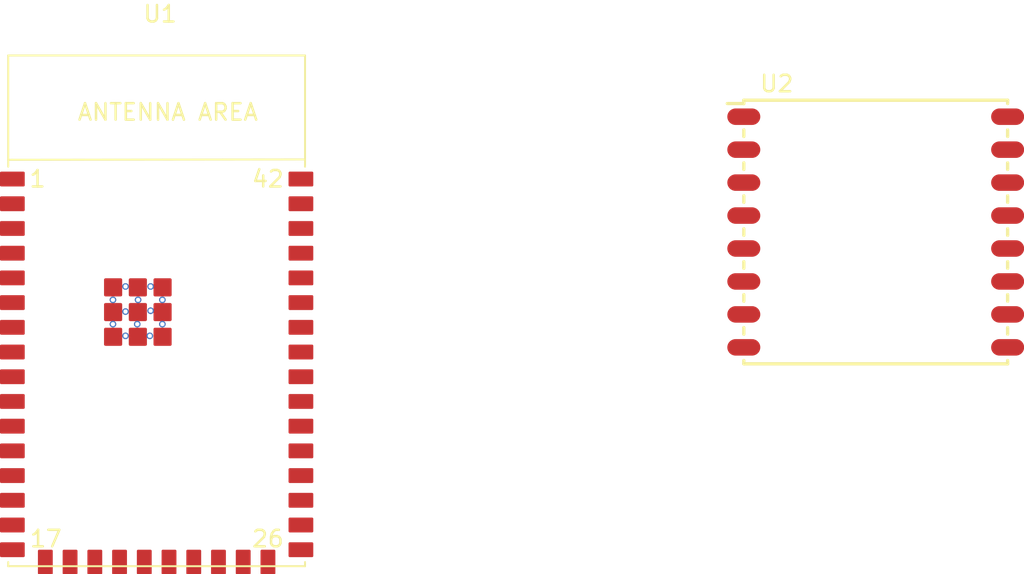
<source format=kicad_pcb>
(kicad_pcb (version 20171130) (host pcbnew 5.1.9-73d0e3b20d~88~ubuntu18.04.1)

  (general
    (thickness 1.6)
    (drawings 0)
    (tracks 0)
    (zones 0)
    (modules 2)
    (nets 2)
  )

  (page A4)
  (layers
    (0 F.Cu signal)
    (31 B.Cu signal)
    (32 B.Adhes user)
    (33 F.Adhes user)
    (34 B.Paste user)
    (35 F.Paste user)
    (36 B.SilkS user)
    (37 F.SilkS user)
    (38 B.Mask user)
    (39 F.Mask user)
    (40 Dwgs.User user)
    (41 Cmts.User user)
    (42 Eco1.User user)
    (43 Eco2.User user)
    (44 Edge.Cuts user)
    (45 Margin user)
    (46 B.CrtYd user)
    (47 F.CrtYd user)
    (48 B.Fab user)
    (49 F.Fab user)
  )

  (setup
    (last_trace_width 0.25)
    (trace_clearance 0.2)
    (zone_clearance 0.508)
    (zone_45_only no)
    (trace_min 0.2)
    (via_size 0.8)
    (via_drill 0.4)
    (via_min_size 0.4)
    (via_min_drill 0.3)
    (uvia_size 0.3)
    (uvia_drill 0.1)
    (uvias_allowed no)
    (uvia_min_size 0.2)
    (uvia_min_drill 0.1)
    (edge_width 0.05)
    (segment_width 0.2)
    (pcb_text_width 0.3)
    (pcb_text_size 1.5 1.5)
    (mod_edge_width 0.12)
    (mod_text_size 1 1)
    (mod_text_width 0.15)
    (pad_size 1.524 1.524)
    (pad_drill 0.762)
    (pad_to_mask_clearance 0)
    (aux_axis_origin 0 0)
    (visible_elements FFFFFF7F)
    (pcbplotparams
      (layerselection 0x010fc_ffffffff)
      (usegerberextensions false)
      (usegerberattributes true)
      (usegerberadvancedattributes true)
      (creategerberjobfile true)
      (excludeedgelayer true)
      (linewidth 0.100000)
      (plotframeref false)
      (viasonmask false)
      (mode 1)
      (useauxorigin false)
      (hpglpennumber 1)
      (hpglpenspeed 20)
      (hpglpendiameter 15.000000)
      (psnegative false)
      (psa4output false)
      (plotreference true)
      (plotvalue true)
      (plotinvisibletext false)
      (padsonsilk false)
      (subtractmaskfromsilk false)
      (outputformat 1)
      (mirror false)
      (drillshape 1)
      (scaleselection 1)
      (outputdirectory ""))
  )

  (net 0 "")
  (net 1 "Net-(U1-Pad43)")

  (net_class Default "This is the default net class."
    (clearance 0.2)
    (trace_width 0.25)
    (via_dia 0.8)
    (via_drill 0.4)
    (uvia_dia 0.3)
    (uvia_drill 0.1)
    (add_net "Net-(U1-Pad1)")
    (add_net "Net-(U1-Pad10)")
    (add_net "Net-(U1-Pad11)")
    (add_net "Net-(U1-Pad12)")
    (add_net "Net-(U1-Pad13)")
    (add_net "Net-(U1-Pad14)")
    (add_net "Net-(U1-Pad15)")
    (add_net "Net-(U1-Pad16)")
    (add_net "Net-(U1-Pad17)")
    (add_net "Net-(U1-Pad18)")
    (add_net "Net-(U1-Pad19)")
    (add_net "Net-(U1-Pad2)")
    (add_net "Net-(U1-Pad20)")
    (add_net "Net-(U1-Pad21)")
    (add_net "Net-(U1-Pad22)")
    (add_net "Net-(U1-Pad23)")
    (add_net "Net-(U1-Pad24)")
    (add_net "Net-(U1-Pad25)")
    (add_net "Net-(U1-Pad26)")
    (add_net "Net-(U1-Pad27)")
    (add_net "Net-(U1-Pad28)")
    (add_net "Net-(U1-Pad29)")
    (add_net "Net-(U1-Pad3)")
    (add_net "Net-(U1-Pad30)")
    (add_net "Net-(U1-Pad31)")
    (add_net "Net-(U1-Pad32)")
    (add_net "Net-(U1-Pad33)")
    (add_net "Net-(U1-Pad34)")
    (add_net "Net-(U1-Pad35)")
    (add_net "Net-(U1-Pad36)")
    (add_net "Net-(U1-Pad37)")
    (add_net "Net-(U1-Pad38)")
    (add_net "Net-(U1-Pad39)")
    (add_net "Net-(U1-Pad4)")
    (add_net "Net-(U1-Pad40)")
    (add_net "Net-(U1-Pad41)")
    (add_net "Net-(U1-Pad42)")
    (add_net "Net-(U1-Pad43)")
    (add_net "Net-(U1-Pad5)")
    (add_net "Net-(U1-Pad6)")
    (add_net "Net-(U1-Pad7)")
    (add_net "Net-(U1-Pad8)")
    (add_net "Net-(U1-Pad9)")
    (add_net "Net-(U2-Pad1)")
    (add_net "Net-(U2-Pad10)")
    (add_net "Net-(U2-Pad11)")
    (add_net "Net-(U2-Pad12)")
    (add_net "Net-(U2-Pad13)")
    (add_net "Net-(U2-Pad14)")
    (add_net "Net-(U2-Pad15)")
    (add_net "Net-(U2-Pad16)")
    (add_net "Net-(U2-Pad2)")
    (add_net "Net-(U2-Pad3)")
    (add_net "Net-(U2-Pad4)")
    (add_net "Net-(U2-Pad5)")
    (add_net "Net-(U2-Pad6)")
    (add_net "Net-(U2-Pad7)")
    (add_net "Net-(U2-Pad8)")
    (add_net "Net-(U2-Pad9)")
  )

  (module footprints:RFM95 (layer F.Cu) (tedit 585E5D4C) (tstamp 60677D34)
    (at 84.328 39.37)
    (path /6067421E)
    (fp_text reference U2 (at 2 -2) (layer F.SilkS)
      (effects (font (size 1 1) (thickness 0.15)))
    )
    (fp_text value RFM95W-915S2 (at 7.874 -3.81) (layer F.Fab)
      (effects (font (size 1 1) (thickness 0.15)))
    )
    (fp_line (start 0 15) (end 0 14.8) (layer F.SilkS) (width 0.2))
    (fp_line (start 16 15) (end 0 15) (layer F.SilkS) (width 0.2))
    (fp_line (start 16 14.8) (end 16 15) (layer F.SilkS) (width 0.2))
    (fp_line (start 16 12.8) (end 16 13.2) (layer F.SilkS) (width 0.2))
    (fp_line (start 16 10.8) (end 16 11.2) (layer F.SilkS) (width 0.2))
    (fp_line (start 16 8.8) (end 16 9.2) (layer F.SilkS) (width 0.2))
    (fp_line (start 16 6.8) (end 16 7.2) (layer F.SilkS) (width 0.2))
    (fp_line (start 16 4.8) (end 16 5.2) (layer F.SilkS) (width 0.2))
    (fp_line (start 16 2.8) (end 16 3.2) (layer F.SilkS) (width 0.2))
    (fp_line (start 16 0.8) (end 16 1.2) (layer F.SilkS) (width 0.2))
    (fp_line (start 16 -1) (end 16 -0.8) (layer F.SilkS) (width 0.2))
    (fp_line (start 0 12.8) (end 0 13.2) (layer F.SilkS) (width 0.2))
    (fp_line (start 0 -0.8) (end 0 -1) (layer F.SilkS) (width 0.2))
    (fp_line (start -1 -0.8) (end 0 -0.8) (layer F.SilkS) (width 0.2))
    (fp_line (start 0 1.2) (end 0 0.8) (layer F.SilkS) (width 0.2))
    (fp_line (start 0 3.2) (end 0 2.8) (layer F.SilkS) (width 0.2))
    (fp_line (start 0 4.8) (end 0 5.2) (layer F.SilkS) (width 0.2))
    (fp_line (start 0 6.8) (end 0 7.2) (layer F.SilkS) (width 0.2))
    (fp_line (start 0 8.8) (end 0 9.2) (layer F.SilkS) (width 0.2))
    (fp_line (start 0 10.8) (end 0 11.2) (layer F.SilkS) (width 0.2))
    (fp_line (start 0 -1) (end 16 -1) (layer F.SilkS) (width 0.2))
    (pad 16 smd oval (at 16 0) (size 2 1) (layers F.Cu F.Paste F.Mask))
    (pad 15 smd oval (at 16 2) (size 2 1) (layers F.Cu F.Paste F.Mask))
    (pad 14 smd oval (at 16 4) (size 2 1) (layers F.Cu F.Paste F.Mask))
    (pad 13 smd oval (at 16 6) (size 2 1) (layers F.Cu F.Paste F.Mask))
    (pad 12 smd oval (at 16 8) (size 2 1) (layers F.Cu F.Paste F.Mask))
    (pad 11 smd oval (at 16 10) (size 2 1) (layers F.Cu F.Paste F.Mask))
    (pad 10 smd oval (at 16 12) (size 2 1) (layers F.Cu F.Paste F.Mask))
    (pad 9 smd oval (at 16 14) (size 2 1) (layers F.Cu F.Paste F.Mask))
    (pad 8 smd oval (at 0 14) (size 2 1) (layers F.Cu F.Paste F.Mask))
    (pad 7 smd oval (at 0 12) (size 2 1) (layers F.Cu F.Paste F.Mask))
    (pad 6 smd oval (at 0 10) (size 2 1) (layers F.Cu F.Paste F.Mask))
    (pad 5 smd oval (at 0 8) (size 2 1) (layers F.Cu F.Paste F.Mask))
    (pad 4 smd oval (at 0 6) (size 2 1) (layers F.Cu F.Paste F.Mask))
    (pad 3 smd oval (at 0 4) (size 2 1) (layers F.Cu F.Paste F.Mask))
    (pad 2 smd oval (at 0 2) (size 2 1) (layers F.Cu F.Paste F.Mask))
    (pad 1 smd oval (at 0 0) (size 2 1) (layers F.Cu F.Paste F.Mask))
  )

  (module footprints:esp32-s2-wrooom (layer F.Cu) (tedit 5E89F0E8) (tstamp 60677D0B)
    (at 48.768 51.054)
    (path /60673143)
    (fp_text reference U1 (at 0.16 -17.92) (layer F.SilkS)
      (effects (font (size 1 1) (thickness 0.15)))
    )
    (fp_text value esp32-s2-wroom (at 0.19 -16.27) (layer F.Fab)
      (effects (font (size 1 1) (thickness 0.15)))
    )
    (fp_text user "ANTENNA AREA" (at 0.63 -11.96) (layer F.SilkS)
      (effects (font (size 1 1) (thickness 0.15)))
    )
    (fp_text user 42 (at 6.698 -7.907) (layer F.SilkS)
      (effects (font (size 1 1) (thickness 0.15)))
    )
    (fp_text user 26 (at 6.698 13.937) (layer F.SilkS)
      (effects (font (size 1 1) (thickness 0.15)))
    )
    (fp_text user 17 (at -6.764 13.937) (layer F.SilkS)
      (effects (font (size 1 1) (thickness 0.15)))
    )
    (fp_text user 1 (at -7.272 -7.907) (layer F.SilkS)
      (effects (font (size 1 1) (thickness 0.15)))
    )
    (fp_line (start -9.05 -15.4) (end -9.05 -8.65) (layer F.SilkS) (width 0.12))
    (fp_line (start -9.05 15.6) (end 8.95 15.6) (layer F.SilkS) (width 0.12))
    (fp_line (start 8.95 -8.65) (end 8.95 -15.4) (layer F.SilkS) (width 0.12))
    (fp_line (start 8.95 -15.4) (end -9.05 -15.4) (layer F.SilkS) (width 0.12))
    (fp_line (start -9.05 15.35) (end -9.05 15.6) (layer F.SilkS) (width 0.12))
    (fp_line (start 8.95 15.35) (end 8.95 15.6) (layer F.SilkS) (width 0.12))
    (fp_line (start 8.95 -9.09) (end -9.05 -9.07) (layer F.SilkS) (width 0.12))
    (pad "" thru_hole circle (at -1.2268 0.9068 180) (size 0.4 0.4) (drill oval 0.25) (layers *.Cu *.Mask))
    (pad "" thru_hole circle (at -1.176 -0.5664 180) (size 0.4 0.4) (drill oval 0.25) (layers *.Cu *.Mask))
    (pad "" thru_hole circle (at -0.414 0.094 180) (size 0.4 0.4) (drill oval 0.25) (layers *.Cu *.Mask))
    (pad "" thru_hole circle (at -1.938 0.1448 180) (size 0.4 0.4) (drill oval 0.25) (layers *.Cu *.Mask))
    (pad "" thru_hole circle (at -2.7 0.9068 180) (size 0.4 0.4) (drill oval 0.25) (layers *.Cu *.Mask))
    (pad "" thru_hole circle (at -1.938 1.618 180) (size 0.4 0.4) (drill oval 0.25) (layers *.Cu *.Mask))
    (pad "" thru_hole circle (at -0.4648 1.618 180) (size 0.4 0.4) (drill oval 0.25) (layers *.Cu *.Mask))
    (pad "" thru_hole circle (at 0.2972 0.9068 180) (size 0.4 0.4) (drill oval 0.25) (layers *.Cu *.Mask))
    (pad "" thru_hole circle (at 0.2972 -0.5664 180) (size 0.4 0.4) (drill oval 0.25) (layers *.Cu *.Mask))
    (pad "" thru_hole circle (at -0.414 -1.3792 180) (size 0.4 0.4) (drill oval 0.25) (layers *.Cu *.Mask))
    (pad "" thru_hole circle (at -1.938 -1.3792 180) (size 0.4 0.4) (drill oval 0.25) (layers *.Cu *.Mask))
    (pad "" thru_hole circle (at -2.7 -0.5664 180) (size 0.4 0.4) (drill oval 0.25) (layers *.Cu *.Mask))
    (pad 43 smd roundrect (at 0.31 1.675 180) (size 1.1 1.1) (layers F.Cu F.Paste F.Mask) (roundrect_rratio 0.079)
      (net 1 "Net-(U1-Pad43)"))
    (pad 43 smd roundrect (at -1.19 1.675 180) (size 1.1 1.1) (layers F.Cu F.Paste F.Mask) (roundrect_rratio 0.079)
      (net 1 "Net-(U1-Pad43)"))
    (pad 43 smd roundrect (at -2.69 1.675 180) (size 1.1 1.1) (layers F.Cu F.Paste F.Mask) (roundrect_rratio 0.079)
      (net 1 "Net-(U1-Pad43)"))
    (pad 43 smd roundrect (at 0.31 0.175 180) (size 1.1 1.1) (layers F.Cu F.Paste F.Mask) (roundrect_rratio 0.079)
      (net 1 "Net-(U1-Pad43)"))
    (pad 43 smd roundrect (at -1.19 0.175 180) (size 1.1 1.1) (layers F.Cu F.Paste F.Mask) (roundrect_rratio 0.079)
      (net 1 "Net-(U1-Pad43)"))
    (pad 43 smd roundrect (at -2.69 0.175 180) (size 1.1 1.1) (layers F.Cu F.Paste F.Mask) (roundrect_rratio 0.079)
      (net 1 "Net-(U1-Pad43)"))
    (pad 43 smd roundrect (at 0.31 -1.325 180) (size 1.1 1.1) (layers F.Cu F.Paste F.Mask) (roundrect_rratio 0.079)
      (net 1 "Net-(U1-Pad43)"))
    (pad 43 smd roundrect (at -1.19 -1.325 180) (size 1.1 1.1) (layers F.Cu F.Paste F.Mask) (roundrect_rratio 0.079)
      (net 1 "Net-(U1-Pad43)"))
    (pad 43 smd roundrect (at -2.69 -1.325 180) (size 1.1 1.1) (layers F.Cu F.Paste F.Mask) (roundrect_rratio 0.079)
      (net 1 "Net-(U1-Pad43)"))
    (pad 42 smd roundrect (at 8.7 -7.9 180) (size 1.5 0.9) (layers F.Cu F.Paste F.Mask) (roundrect_rratio 0.079))
    (pad 41 smd roundrect (at 8.7 -6.4 180) (size 1.5 0.9) (layers F.Cu F.Paste F.Mask) (roundrect_rratio 0.079))
    (pad 40 smd roundrect (at 8.7 -4.9 180) (size 1.5 0.9) (layers F.Cu F.Paste F.Mask) (roundrect_rratio 0.079))
    (pad 39 smd roundrect (at 8.7 -3.4 180) (size 1.5 0.9) (layers F.Cu F.Paste F.Mask) (roundrect_rratio 0.079))
    (pad 38 smd roundrect (at 8.7 -1.9 180) (size 1.5 0.9) (layers F.Cu F.Paste F.Mask) (roundrect_rratio 0.079))
    (pad 37 smd roundrect (at 8.7 -0.4 180) (size 1.5 0.9) (layers F.Cu F.Paste F.Mask) (roundrect_rratio 0.079))
    (pad 36 smd roundrect (at 8.7 1.1 180) (size 1.5 0.9) (layers F.Cu F.Paste F.Mask) (roundrect_rratio 0.079))
    (pad 35 smd roundrect (at 8.7 2.6 180) (size 1.5 0.9) (layers F.Cu F.Paste F.Mask) (roundrect_rratio 0.079))
    (pad 34 smd roundrect (at 8.7 4.1 180) (size 1.5 0.9) (layers F.Cu F.Paste F.Mask) (roundrect_rratio 0.079))
    (pad 33 smd roundrect (at 8.7 5.6 180) (size 1.5 0.9) (layers F.Cu F.Paste F.Mask) (roundrect_rratio 0.079))
    (pad 32 smd roundrect (at 8.7 7.1 180) (size 1.5 0.9) (layers F.Cu F.Paste F.Mask) (roundrect_rratio 0.079))
    (pad 31 smd roundrect (at 8.7 8.6 180) (size 1.5 0.9) (layers F.Cu F.Paste F.Mask) (roundrect_rratio 0.079))
    (pad 30 smd roundrect (at 8.7 10.1 180) (size 1.5 0.9) (layers F.Cu F.Paste F.Mask) (roundrect_rratio 0.079))
    (pad 29 smd roundrect (at 8.7 11.6 180) (size 1.5 0.9) (layers F.Cu F.Paste F.Mask) (roundrect_rratio 0.079))
    (pad 28 smd roundrect (at 8.7 13.1 180) (size 1.5 0.9) (layers F.Cu F.Paste F.Mask) (roundrect_rratio 0.079))
    (pad 27 smd roundrect (at 8.7 14.6 180) (size 1.5 0.9) (layers F.Cu F.Paste F.Mask) (roundrect_rratio 0.079))
    (pad 26 smd roundrect (at 6.7 15.35 90) (size 1.5 0.9) (layers F.Cu F.Paste F.Mask) (roundrect_rratio 0.079))
    (pad 25 smd roundrect (at 5.2 15.35 90) (size 1.5 0.9) (layers F.Cu F.Paste F.Mask) (roundrect_rratio 0.079))
    (pad 24 smd roundrect (at 3.7 15.35 90) (size 1.5 0.9) (layers F.Cu F.Paste F.Mask) (roundrect_rratio 0.079))
    (pad 23 smd roundrect (at 2.2 15.35 90) (size 1.5 0.9) (layers F.Cu F.Paste F.Mask) (roundrect_rratio 0.079))
    (pad 22 smd roundrect (at 0.7 15.35 90) (size 1.5 0.9) (layers F.Cu F.Paste F.Mask) (roundrect_rratio 0.079))
    (pad 21 smd roundrect (at -0.8 15.35 90) (size 1.5 0.9) (layers F.Cu F.Paste F.Mask) (roundrect_rratio 0.079))
    (pad 20 smd roundrect (at -2.3 15.35 90) (size 1.5 0.9) (layers F.Cu F.Paste F.Mask) (roundrect_rratio 0.079))
    (pad 19 smd roundrect (at -3.8 15.35 90) (size 1.5 0.9) (layers F.Cu F.Paste F.Mask) (roundrect_rratio 0.079))
    (pad 18 smd roundrect (at -5.3 15.35 90) (size 1.5 0.9) (layers F.Cu F.Paste F.Mask) (roundrect_rratio 0.079))
    (pad 17 smd roundrect (at -6.8 15.35 90) (size 1.5 0.9) (layers F.Cu F.Paste F.Mask) (roundrect_rratio 0.079))
    (pad 16 smd roundrect (at -8.8 14.6) (size 1.5 0.9) (layers F.Cu F.Paste F.Mask) (roundrect_rratio 0.079))
    (pad 15 smd roundrect (at -8.8 13.1) (size 1.5 0.9) (layers F.Cu F.Paste F.Mask) (roundrect_rratio 0.079))
    (pad 14 smd roundrect (at -8.8 11.6) (size 1.5 0.9) (layers F.Cu F.Paste F.Mask) (roundrect_rratio 0.079))
    (pad 13 smd roundrect (at -8.8 10.1) (size 1.5 0.9) (layers F.Cu F.Paste F.Mask) (roundrect_rratio 0.079))
    (pad 12 smd roundrect (at -8.8 8.6) (size 1.5 0.9) (layers F.Cu F.Paste F.Mask) (roundrect_rratio 0.079))
    (pad 11 smd roundrect (at -8.8 7.1) (size 1.5 0.9) (layers F.Cu F.Paste F.Mask) (roundrect_rratio 0.079))
    (pad 10 smd roundrect (at -8.8 5.6) (size 1.5 0.9) (layers F.Cu F.Paste F.Mask) (roundrect_rratio 0.079))
    (pad 9 smd roundrect (at -8.8 4.1) (size 1.5 0.9) (layers F.Cu F.Paste F.Mask) (roundrect_rratio 0.079))
    (pad 8 smd roundrect (at -8.8 2.6) (size 1.5 0.9) (layers F.Cu F.Paste F.Mask) (roundrect_rratio 0.079))
    (pad 7 smd roundrect (at -8.8 1.1) (size 1.5 0.9) (layers F.Cu F.Paste F.Mask) (roundrect_rratio 0.079))
    (pad 6 smd roundrect (at -8.8 -0.4) (size 1.5 0.9) (layers F.Cu F.Paste F.Mask) (roundrect_rratio 0.079))
    (pad 5 smd roundrect (at -8.8 -1.9) (size 1.5 0.9) (layers F.Cu F.Paste F.Mask) (roundrect_rratio 0.079))
    (pad 4 smd roundrect (at -8.8 -3.4) (size 1.5 0.9) (layers F.Cu F.Paste F.Mask) (roundrect_rratio 0.079))
    (pad 3 smd roundrect (at -8.8 -4.9) (size 1.5 0.9) (layers F.Cu F.Paste F.Mask) (roundrect_rratio 0.079))
    (pad 2 smd roundrect (at -8.8 -6.4) (size 1.5 0.9) (layers F.Cu F.Paste F.Mask) (roundrect_rratio 0.079))
    (pad 1 smd roundrect (at -8.8 -7.9) (size 1.5 0.9) (layers F.Cu F.Paste F.Mask) (roundrect_rratio 0.079))
  )

)

</source>
